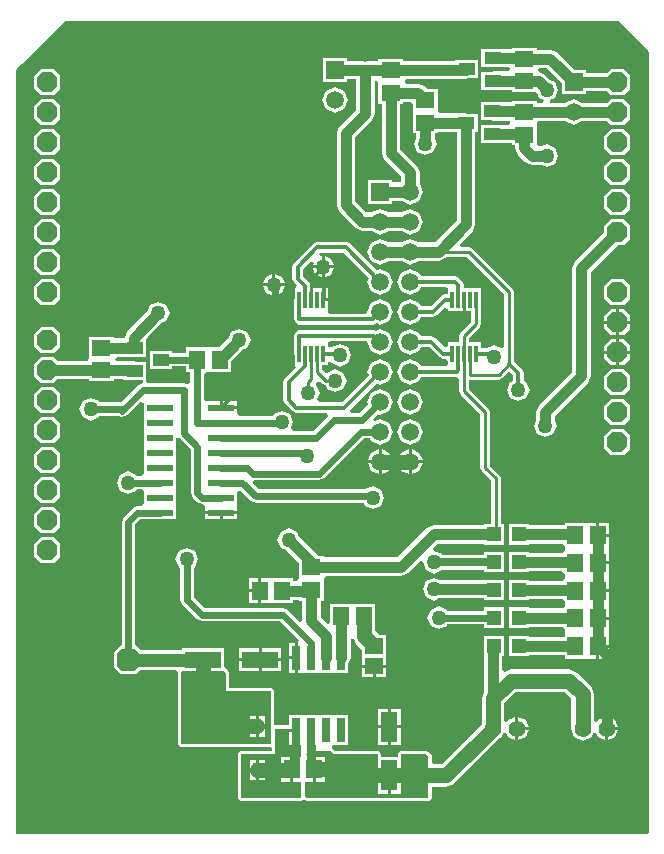
<source format=gtl>
%FSTAX24Y24*%
%MOIN*%
%SFA1B1*%

%IPPOS*%
%AMD30*
4,1,8,-0.033000,0.016500,-0.033000,-0.016500,-0.016500,-0.033000,0.016500,-0.033000,0.033000,-0.016500,0.033000,0.016500,0.016500,0.033000,-0.016500,0.033000,-0.033000,0.016500,0.0*
%
%AMD33*
4,1,8,0.019000,0.038000,-0.019000,0.038000,-0.038000,0.019000,-0.038000,-0.019000,-0.019000,-0.038000,0.019000,-0.038000,0.038000,-0.019000,0.038000,0.019000,0.019000,0.038000,0.0*
%
%ADD10R,0.012000X0.057000*%
%ADD11R,0.087000X0.024000*%
%ADD12R,0.063000X0.052000*%
%ADD13R,0.056000X0.040000*%
%ADD14R,0.048000X0.048000*%
%ADD15R,0.052000X0.063000*%
%ADD16R,0.028000X0.048000*%
%ADD17R,0.026000X0.080000*%
%ADD18R,0.056000X0.103000*%
%ADD19R,0.119000X0.056000*%
%ADD20R,0.060000X0.052000*%
%ADD21C,0.037000*%
%ADD22C,0.013000*%
%ADD23C,0.010000*%
%ADD24C,0.042000*%
%ADD25C,0.022000*%
%ADD26C,0.050000*%
%ADD27C,0.027000*%
%ADD28C,0.000000*%
%ADD29C,0.056000*%
G04~CAMADD=30~4~0.0~0.0~660.0~660.0~0.0~165.0~0~0.0~0.0~0.0~0.0~0~0.0~0.0~0.0~0.0~0~0.0~0.0~0.0~90.0~660.0~660.0*
%ADD30D30*%
%ADD31C,0.059100*%
%ADD32R,0.059100X0.059100*%
G04~CAMADD=33~4~0.0~0.0~760.0~760.0~0.0~190.0~0~0.0~0.0~0.0~0.0~0~0.0~0.0~0.0~0.0~0~0.0~0.0~0.0~0.0~760.0~760.0*
%ADD33D33*%
%ADD34C,0.050000*%
%LNklogshield_mb_rev1-1*%
%LPD*%
G36*
X0117Y0371D02*
X03D01*
X03105Y03605*
Y01*
X01*
Y0354*
X0117Y0371*
G37*
%LNklogshield_mb_rev1-2*%
%LPC*%
G36*
X017385Y02065D02*
X0169D01*
Y02048*
X017385*
Y02065*
G37*
G36*
X0168D02*
X016315D01*
Y02048*
X0168*
Y02065*
G37*
G36*
X0221Y02235D02*
X021743D01*
X021847Y022097*
X0221Y021993*
Y02235*
G37*
G36*
X011265Y02188D02*
X010835D01*
X01062Y021665*
Y021235*
X010835Y02102*
X011265*
X01148Y021235*
Y021665*
X011265Y02188*
G37*
G36*
X029044Y020365D02*
X029027D01*
X02901*
X028944*
X02829*
Y020283*
X02711*
Y020315*
X02643*
Y019635*
X02711*
Y019667*
X028219*
X02829Y019596*
Y01954*
Y019535*
Y019488*
Y01944*
X028233Y019358*
X02711*
Y01939*
X02643*
Y01871*
X02711*
Y018742*
X028219*
X02829Y018671*
Y018615*
Y01861*
Y018563*
Y018515*
X028233Y018433*
X02711*
Y018465*
X02643*
Y017785*
X02711*
Y017817*
X028219*
X02829Y017746*
Y01769*
Y017685*
Y017637*
Y01759*
X028233Y017508*
X02711*
Y01754*
X02643*
Y01686*
X02711*
Y016892*
X028219*
X02829Y016821*
Y016765*
Y01676*
Y016712*
Y016665*
Y01666*
Y016558*
X02711*
Y01659*
X02643*
Y01591*
X02711*
Y015942*
X02829*
Y015835*
X028944*
X02901*
X029027*
X029044*
X02911*
X029354*
Y01625*
X029404*
Y0163*
X029764*
Y01666*
Y016665*
Y016712*
Y01676*
Y016765*
Y017125*
X029404*
Y017225*
X029764*
Y017585*
Y01759*
Y017637*
Y017685*
Y01769*
Y01805*
X029404*
Y01815*
X029764*
Y01851*
Y018515*
Y018563*
Y01861*
Y018615*
Y018975*
X029404*
Y019075*
X029764*
Y019435*
Y01944*
Y019488*
Y019535*
Y01954*
Y0199*
X029404*
Y01995*
X029354*
Y020365*
X02911*
X029044*
G37*
G36*
X011265Y01988D02*
X010835D01*
X01062Y019665*
Y019235*
X010835Y01902*
X011265*
X01148Y019235*
Y019665*
X011265Y01988*
G37*
G36*
X018076Y018515D02*
X017766D01*
Y01815*
X018076*
Y018515*
G37*
G36*
X011265Y02088D02*
X010835D01*
X01062Y020665*
Y020235*
X010835Y02002*
X011265*
X01148Y020235*
Y020665*
X011265Y02088*
G37*
G36*
X029454Y020365D02*
Y02D01*
X029764*
Y020365*
X029454*
G37*
G36*
X022557Y02235D02*
X0222D01*
Y021993*
X022453Y022097*
X022557Y02235*
G37*
G36*
X0232Y022807D02*
Y02245D01*
X023557*
X023453Y022703*
X0232Y022807*
G37*
G36*
X0231D02*
X022847Y022703D01*
X022743Y02245*
X0231*
Y022807*
G37*
G36*
X02315Y023828D02*
X022847Y023703D01*
X022722Y0234*
X022847Y023097*
X02315Y022972*
X023453Y023097*
X023578Y0234*
X023453Y023703*
X02315Y023828*
G37*
G36*
X030265Y02348D02*
X029835D01*
X02962Y023265*
Y022835*
X029835Y02262*
X030265*
X03048Y022835*
Y023265*
X030265Y02348*
G37*
G36*
X0222Y022807D02*
Y02245D01*
X022557*
X022453Y022703*
X0222Y022807*
G37*
G36*
X023557Y02235D02*
X0232D01*
Y021993*
X023453Y022097*
X023557Y02235*
G37*
G36*
X0231D02*
X022743D01*
X022847Y022097*
X0231Y021993*
Y02235*
G37*
G36*
X0221Y022807D02*
X021847Y022703D01*
X021743Y02245*
X0221*
Y022807*
G37*
G36*
X011265Y02288D02*
X010835D01*
X01062Y022665*
Y022235*
X010835Y02202*
X011265*
X01148Y022235*
Y022665*
X011265Y02288*
G37*
G36*
X02395Y018529D02*
X023682Y018418D01*
X023571Y01815*
X023682Y017882*
X02395Y017771*
X02412Y017842*
X025597*
Y017785*
X026277*
Y018465*
X025597*
Y018458*
X02412*
X02395Y018529*
G37*
G36*
X0224Y014172D02*
X02207D01*
Y013607*
X0224*
Y014172*
G37*
G36*
X029744Y013891D02*
Y01355D01*
X030084*
X029985Y013791*
X029744Y013891*
G37*
G36*
X0219Y015525D02*
X02155D01*
Y015215*
X0219*
Y015525*
G37*
G36*
X02283Y014172D02*
X0225D01*
Y013607*
X02283*
Y014172*
G37*
G36*
X02675Y013891D02*
Y01355D01*
X027091*
X026991Y013791*
X02675Y013891*
G37*
G36*
X02283Y013507D02*
X0225D01*
Y012942*
X02283*
Y013507*
G37*
G36*
X0224D02*
X02207D01*
Y012942*
X0224*
Y013507*
G37*
G36*
X030084Y01345D02*
X029744D01*
Y013109*
X029985Y013209*
X030084Y01345*
G37*
G36*
X027091D02*
X02675D01*
Y013109*
X026991Y013209*
X027091Y01345*
G37*
G36*
X02235Y015525D02*
X022D01*
Y015215*
X02235*
Y015525*
G37*
G36*
X0193Y01636D02*
X01912D01*
Y01591*
X0193*
Y01636*
G37*
G36*
X01884Y01618D02*
X018195D01*
Y01585*
X01884*
Y01618*
G37*
G36*
X018076Y01805D02*
X017766D01*
Y017685*
X018076*
Y01805*
G37*
G36*
X0241Y017579D02*
X023832Y017468D01*
X023721Y0172*
X023832Y016932*
X0241Y016821*
X024368Y016932*
X024385Y016973*
X025597*
Y01686*
X026277*
Y01754*
X025597*
Y017427*
X024385*
X024368Y017468*
X0241Y017579*
G37*
G36*
X018095Y01618D02*
X01745D01*
Y01585*
X018095*
Y01618*
G37*
G36*
Y01575D02*
X01745D01*
Y01542*
X018095*
Y01575*
G37*
G36*
X0193Y01581D02*
X01912D01*
Y01536*
X0193*
Y01581*
G37*
G36*
X029764Y0162D02*
X029454D01*
Y015835*
X029764*
Y0162*
G37*
G36*
X01884Y01575D02*
X018195D01*
Y01542*
X01884*
Y01575*
G37*
G36*
X011265Y02388D02*
X010835D01*
X01062Y023665*
Y023235*
X010835Y02302*
X011265*
X01148Y023235*
Y023665*
X011265Y02388*
G37*
G36*
Y02948D02*
X010835D01*
X01062Y029265*
Y028835*
X010835Y02862*
X011265*
X01148Y028835*
Y029265*
X011265Y02948*
G37*
G36*
X020608Y02885D02*
X0203D01*
Y028542*
X020518Y028632*
X020608Y02885*
G37*
G36*
X0203Y029258D02*
Y02895D01*
X020608*
X020518Y029168*
X0203Y029258*
G37*
G36*
X011265Y03048D02*
X010835D01*
X01062Y030265*
Y029835*
X010835Y02962*
X011265*
X01148Y029835*
Y030265*
X011265Y03048*
G37*
G36*
X027365Y03619D02*
X026535D01*
Y036163*
X0259*
X02588Y036154*
X02552*
Y035554*
X02588*
X0259Y035546*
X026439*
X026461Y035528*
X026467Y035473*
X026414Y035408*
X0259*
X02588Y0354*
X02552*
Y0348*
X02588*
X0259Y034792*
X026535*
Y034716*
X027348*
X027362Y034702*
X027432Y034532*
X0276Y034462*
X02758Y034362*
X027368*
Y034414*
X026538*
Y034388*
X025883*
X025863Y03438*
X025503*
Y03378*
X025863*
X025883Y033772*
X026443*
X026464Y033755*
X026469Y033695*
X026419Y033634*
X025883*
X025863Y033626*
X025503*
Y033026*
X025863*
X025883Y033017*
X026538*
Y03294*
X026645*
Y032853*
X026735Y032635*
X026988Y032382*
X027206Y032292*
X02753*
X0277Y032221*
X027968Y032332*
X028079Y0326*
X027968Y032868*
X0277Y032979*
X02753Y032908*
X027455*
X027368Y03294*
Y033594*
Y03366*
X027403Y033746*
X028302*
X0286Y033622*
X028888Y033742*
X029713*
X029835Y03362*
X030265*
X03048Y033835*
Y034265*
X030265Y03448*
X029835*
X029713Y034358*
X028888*
X0286Y034478*
X028322Y034362*
X02782*
X0278Y034462*
X027968Y034532*
X028079Y0348*
X027968Y035068*
X027798Y035138*
X027642Y035294*
X027447Y035375*
X027415Y035459*
X027453Y035522*
X027692*
X028205Y035009*
Y034655*
X028995*
Y034742*
X029713*
X029835Y03462*
X030265*
X03048Y034835*
Y035265*
X030265Y03548*
X029835*
X029713Y035358*
X028995*
Y035445*
X028641*
X028038Y036048*
X02782Y036138*
X027365*
Y03619*
G37*
G36*
X02005Y029729D02*
X019924Y029676D01*
X019274Y029026*
X019221Y0289*
Y0285*
X019274Y028374*
X01937Y028277*
X019332Y028185*
X01929*
Y027845*
X019271Y0278*
Y02715*
X019324Y027024*
X01945Y026971*
X0219*
X022026Y027024*
X02215Y026972*
X022453Y027097*
X022578Y0274*
X022453Y027703*
X02215Y027828*
X021847Y027703*
X021722Y0274*
X021674Y027329*
X020443*
X02041Y027415*
Y02775*
X02025*
Y0278*
X02021*
Y028185*
X019829*
Y02825*
X019776Y028376*
X019579Y028574*
Y028826*
X019841Y029088*
X019926Y029032*
X019892Y02895*
X0202*
Y029258*
X020159Y029241*
X020097Y029324*
X020135Y029371*
X020926*
X021773Y028524*
X021722Y0284*
X021847Y028097*
X02215Y027972*
X022453Y028097*
X022578Y0284*
X022453Y028703*
X02215Y028828*
X022026Y028777*
X021126Y029676*
X021Y029729*
X02005*
G37*
G36*
X018958Y02825D02*
X01865D01*
Y027942*
X018868Y028032*
X018958Y02825*
G37*
G36*
X01855Y028658D02*
X018332Y028568D01*
X018242Y02835*
X01855*
Y028658*
G37*
G36*
X0202Y02885D02*
X019892D01*
X019982Y028632*
X0202Y028542*
Y02885*
G37*
G36*
X01865Y028658D02*
Y02835D01*
X018958*
X018868Y028568*
X01865Y028658*
G37*
G36*
X011265Y03548D02*
X010835D01*
X01062Y035265*
Y034835*
X010835Y03462*
X011265*
X01148Y034835*
Y035265*
X011265Y03548*
G37*
G36*
Y03348D02*
X010835D01*
X01062Y033265*
Y032835*
X010835Y03262*
X011265*
X01148Y032835*
Y033265*
X011265Y03348*
G37*
G36*
X02065Y034878D02*
X020347Y034753D01*
X020222Y03445*
X020347Y034147*
X02065Y034022*
X020953Y034147*
X021078Y03445*
X020953Y034753*
X02065Y034878*
G37*
G36*
X011265Y03448D02*
X010835D01*
X01062Y034265*
Y033835*
X010835Y03362*
X011265*
X01148Y033835*
Y034265*
X011265Y03448*
G37*
G36*
X030265Y03348D02*
X029835D01*
X02962Y033265*
Y032835*
X029835Y03262*
X030265*
X03048Y032835*
Y033265*
X030265Y03348*
G37*
G36*
X011265Y03148D02*
X010835D01*
X01062Y031265*
Y030835*
X010835Y03062*
X011265*
X01148Y030835*
Y031265*
X011265Y03148*
G37*
G36*
X021045Y035845D02*
X020255D01*
Y035055*
X021045*
Y035142*
X021342*
Y034128*
X020782Y033568*
X020692Y03335*
Y03095*
X020782Y030732*
X021332Y030182*
X02155Y030092*
X021862*
X02215Y029972*
X022438Y030092*
X022862*
X02315Y029972*
X023453Y030097*
X023578Y0304*
X023453Y030703*
X02315Y030828*
X022862Y030708*
X022438*
X02215Y030828*
X021862Y030708*
X021678*
X021308Y031078*
Y033222*
X021868Y033782*
X021958Y034*
Y035101*
X022008Y035111*
X022085Y035028*
Y03499*
Y034336*
X022192*
Y0327*
X022282Y032482*
X022842Y031922*
Y031708*
X022545*
Y031795*
X021755*
Y031005*
X022545*
Y031092*
X022862*
X02315Y030972*
X023453Y031097*
X023578Y0314*
X023458Y031688*
Y03205*
X023368Y032268*
X022808Y032828*
Y034336*
X022915*
Y034388*
X023164*
X023235Y034317*
Y03416*
Y034094*
Y034077*
Y03406*
Y033994*
Y03334*
X023342*
Y03317*
X023271Y033*
X023382Y032732*
X02365Y032621*
X023918Y032732*
X024029Y033*
X023958Y03317*
Y03334*
X024065*
Y033392*
X024702*
Y030438*
X023972Y029708*
X023438*
X02315Y029828*
X022862Y029708*
X022438*
X02215Y029828*
X021847Y029703*
X021722Y0294*
X021847Y029097*
X02215Y028972*
X022438Y029092*
X022862*
X02315Y028972*
X023438Y029092*
X0241*
X024318Y029182*
X024374Y029238*
X025033*
X026288Y027983*
Y026229*
X026188Y02618*
X02595Y026279*
X025708Y026179*
X02551*
Y026385*
X025112*
Y026533*
X025465Y026885*
X025512Y027*
Y0278*
X02551Y027806*
Y028185*
X024929*
Y0283*
X024876Y028426*
X024776Y028526*
X02465Y028579*
X023504*
X023453Y028703*
X02315Y028828*
X022847Y028703*
X022722Y0284*
X022847Y028097*
X02315Y027972*
X023453Y028097*
X023504Y028221*
X024305*
X02439Y028185*
Y027979*
X0243*
X024174Y027926*
X023826Y027579*
X023504*
X023453Y027703*
X02315Y027828*
X022847Y027703*
X022722Y0274*
X022847Y027097*
X02315Y026972*
X023453Y027097*
X023504Y027221*
X0239*
X024026Y027274*
X02429Y027537*
X02439Y027496*
Y027415*
X02491*
Y027755*
X024929Y0278*
X02499*
Y027415*
X025188*
Y027067*
X024835Y026715*
X024788Y0266*
Y026385*
X02439*
Y026254*
X02429Y026213*
X023976Y026526*
X02385Y026579*
X023504*
X023453Y026703*
X02315Y026828*
X022847Y026703*
X022722Y0264*
X022847Y026097*
X02315Y025972*
X023453Y026097*
X023504Y026221*
X023776*
X024124Y025874*
X02425Y025821*
X024319*
X02439Y025751*
Y025615*
X024305Y025579*
X023504*
X023453Y025703*
X02315Y025828*
X022847Y025703*
X022722Y0254*
X022847Y025097*
X02315Y024972*
X023453Y025097*
X023504Y025221*
X0247*
X024704Y025223*
X024788Y025168*
Y02474*
X024835Y024626*
X025488Y023973*
Y0222*
X025535Y022085*
X025838Y021783*
Y020315*
X025597*
Y020283*
X023925*
X023771Y02022*
X023707Y020193*
X022722Y019208*
X020265*
Y01924*
X020096*
X019438Y019898*
X019368Y020068*
X0191Y020179*
X018832Y020068*
X018721Y0198*
X018832Y019532*
X019002Y019462*
X019435Y019029*
Y018586*
Y01852*
Y018508*
X019432Y018483*
X01934Y018408*
X01924*
Y018515*
X018586*
X01852*
X018503*
X018486*
X01842*
X018176*
Y0181*
Y017685*
X01842*
X018486*
X018503*
X01852*
X018586*
X01924*
Y017792*
X019435*
Y017766*
X019542*
Y017121*
X019456Y017066*
X019061Y017461*
X0189Y017527*
X016294*
X015927Y017894*
Y018865*
X015968Y018882*
X016079Y01915*
X015968Y019418*
X0157Y019529*
X015432Y019418*
X015321Y01915*
X015432Y018882*
X015473Y018865*
Y0178*
X015539Y017639*
X016039Y017139*
X0162Y017073*
X018806*
X019426Y016452*
X0194Y016389*
Y01586*
Y01536*
X01958*
X01962*
X01968*
X02008*
X02012*
X02018*
X02058*
X02062*
X02108*
Y015671*
X021158Y01586*
Y01649*
X021258Y01651*
X021332Y016332*
X02155Y016114*
Y01589*
Y015625*
X02235*
Y01589*
Y01661*
X022126*
X021979Y016757*
Y01725*
X02196Y017295*
Y017665*
X021306*
X02124*
X021223*
X021206*
X02114*
X020486*
Y017031*
X020394Y016993*
X020158Y017228*
Y017766*
X020265*
Y01842*
Y018486*
Y018492*
X020275Y018527*
X020363Y018592*
X02285*
X023068Y018682*
X02349Y019104*
X023571Y01905*
X023682Y018782*
X02395Y018671*
X024218Y018782*
X024223Y018796*
X025597*
Y01871*
X026277*
Y01939*
X025597*
Y019304*
X024223*
X024218Y019318*
X02395Y019429*
X023896Y01951*
X024053Y019667*
X025597*
Y019635*
X026277*
Y020315*
X026162*
Y02185*
X026115Y021965*
X025812Y022267*
Y02404*
X025765Y024155*
X025112Y024808*
Y025112*
X02515Y025138*
X0261*
X026215Y025185*
X026439Y025409*
X026571Y025276*
Y025105*
X026482Y025068*
X026371Y0248*
X026482Y024532*
X02675Y024421*
X027018Y024532*
X027129Y0248*
X027018Y025068*
X026929Y025105*
Y02535*
X026876Y025476*
X026612Y02574*
Y02805*
X026565Y028165*
X025215Y029515*
X0251Y029562*
X024829*
X024791Y029655*
X025228Y030092*
X025318Y03031*
Y0334*
X02539*
Y034*
X02503*
X02501Y034008*
X0241*
X024065Y034094*
Y03416*
Y034814*
X023726*
X023626Y034914*
X023408Y035004*
X023008*
X022968Y035073*
X023008Y035142*
X025003*
X025081Y035174*
X025407*
Y035774*
X025047*
X025027Y035782*
X025006Y035774*
X024647*
Y035758*
X022915*
Y03581*
X022085*
Y035758*
X0217*
X02165Y035738*
X0216Y035758*
X021045*
Y035845*
G37*
G36*
X030265Y03148D02*
X029835D01*
X02962Y031265*
Y030835*
X029835Y03062*
X030265*
X03048Y030835*
Y031265*
X030265Y03148*
G37*
G36*
Y03248D02*
X029835D01*
X02962Y032265*
Y031835*
X029835Y03162*
X030265*
X03048Y031835*
Y032265*
X030265Y03248*
G37*
G36*
X011265D02*
X010835D01*
X01062Y032265*
Y031835*
X010835Y03162*
X011265*
X01148Y031835*
Y032265*
X011265Y03248*
G37*
G36*
X03Y026D02*
X02962D01*
Y025835*
X029835Y02562*
X03*
Y026*
G37*
G36*
X030265Y02548D02*
X029835D01*
X02962Y025265*
Y024835*
X029835Y02462*
X030265*
X03048Y024835*
Y025265*
X030265Y02548*
G37*
G36*
X03048Y026D02*
X0301D01*
Y02562*
X030265*
X03048Y025835*
Y026*
G37*
G36*
X03Y02648D02*
X029835D01*
X02962Y026265*
Y0261*
X03*
Y02648*
G37*
G36*
X011265Y02688D02*
X010835D01*
X01062Y026665*
Y026235*
X010835Y02602*
X011265*
X01148Y026235*
Y026665*
X011265Y02688*
G37*
G36*
X030265Y02448D02*
X029835D01*
X02962Y024265*
Y023835*
X029835Y02362*
X030265*
X03048Y023835*
Y024265*
X030265Y02448*
G37*
G36*
Y03048D02*
X029835D01*
X02962Y030265*
Y030056*
X028632Y029068*
X028542Y02885*
Y025378*
X027432Y024268*
X027342Y02405*
Y02377*
X027271Y0236*
X027382Y023332*
X02765Y023221*
X027918Y023332*
X028029Y0236*
X027958Y02377*
Y023922*
X029068Y025032*
X029158Y02525*
Y028722*
X030056Y02962*
X030265*
X03048Y029835*
Y030265*
X030265Y03048*
G37*
G36*
X02315Y024828D02*
X022847Y024703D01*
X022722Y0244*
X022847Y024097*
X02315Y023972*
X023453Y024097*
X023578Y0244*
X023453Y024703*
X02315Y024828*
G37*
G36*
X0169Y02442D02*
Y02425D01*
X017385*
Y02442*
X0169*
G37*
G36*
X011265Y02488D02*
X010835D01*
X01062Y024665*
Y024235*
X010835Y02402*
X011265*
X01148Y024235*
Y024665*
X011265Y02488*
G37*
G36*
Y02848D02*
X010835D01*
X01062Y028265*
Y027835*
X010835Y02762*
X011265*
X01148Y027835*
Y028265*
X011265Y02848*
G37*
G36*
X030265Y02748D02*
X0301D01*
Y0271*
X03048*
Y027265*
X030265Y02748*
G37*
G36*
X03D02*
X029835D01*
X02962Y027265*
Y0271*
X03*
Y02748*
G37*
G36*
X01855Y02825D02*
X018242D01*
X018332Y028032*
X01855Y027942*
Y02825*
G37*
G36*
X02041Y028185D02*
X0203D01*
Y02785*
X02041*
Y028185*
G37*
G36*
X030265Y02848D02*
X029835D01*
X02962Y028265*
Y027835*
X029835Y02762*
X030265*
X03048Y027835*
Y028265*
X030265Y02848*
G37*
G36*
Y02648D02*
X0301D01*
Y0261*
X03048*
Y026265*
X030265Y02648*
G37*
G36*
X01475Y027729D02*
X014482Y027618D01*
X014412Y027448*
X013719Y026755*
X013628Y026537*
Y026512*
X013265*
Y026564*
X012435*
Y02591*
Y025844*
X0124Y025758*
X011387*
X011265Y02588*
X010835*
X01062Y025665*
Y025235*
X010835Y02502*
X011265*
X011387Y025142*
X012435*
Y02509*
X013265*
Y025142*
X013587*
Y02512*
X013946*
X013967Y025112*
X013987Y02512*
X014232*
X01425Y025027*
X014089Y024961*
X013504Y024376*
X0135Y024377*
X012785*
X012768Y024418*
X0125Y024529*
X012232Y024418*
X012121Y02415*
X012232Y023882*
X0125Y023771*
X012768Y023882*
X012785Y023923*
X013429*
X01355Y023873*
X013711Y023939*
X014161Y02439*
X014261Y024348*
Y02402*
Y02398*
Y02395*
Y02392*
Y02388*
Y02352*
Y02348*
Y02345*
Y02342*
Y02338*
Y02302*
Y02298*
Y02295*
Y02292*
Y02288*
Y02252*
Y02248*
Y02245*
Y02242*
Y02238*
Y022027*
Y02198*
X014183Y021927*
X014035*
X014018Y021968*
X01375Y022079*
X013482Y021968*
X013371Y0217*
X013482Y021432*
X01375Y021321*
X014018Y021432*
X014035Y021473*
X014183*
X014261Y02142*
Y021373*
Y021027*
Y02098*
X014183Y020927*
X01405*
X013889Y020861*
X013589Y020561*
X013523Y0204*
Y01628*
X01351*
X01327Y01604*
Y01556*
X01351Y01532*
X01399*
X014134Y015464*
X01534*
X01539Y015393*
X015401Y015364*
X015392Y015343*
Y013*
X015423Y012923*
X0155Y012892*
X0185*
X018542Y012864*
Y012758*
X0175*
X017423Y012727*
X017392Y01265*
Y0112*
X017423Y011123*
X0175Y011092*
X0195*
X019577Y011123*
X019679Y011109*
X019721Y011092*
X02375*
X023827Y011123*
X023858Y0112*
Y011561*
X024346*
X024614Y011672*
X026119Y013177*
X026197Y013209*
X026253Y013344*
X026353*
X026409Y013209*
X02665Y013109*
Y0135*
Y013891*
X026409Y013791*
X026385Y013733*
X026285Y013753*
Y014349*
X026657Y014721*
X028293*
X028521Y014493*
Y013578*
X028489Y0135*
X028609Y013209*
X0289Y013089*
X029191Y013209*
X029247Y013344*
X029347*
X029403Y013209*
X029644Y013109*
Y0135*
Y013891*
X029403Y013791*
X029379Y013733*
X029279Y013753*
Y01465*
X029168Y014918*
X028718Y015368*
X02845Y015479*
X0265*
X026315Y015402*
X026215Y015469*
Y01591*
X026277*
Y01659*
X025597*
Y01591*
X025598*
Y014676*
X025527Y014506*
Y013657*
X024189Y012319*
X023929*
X023858Y01239*
Y012579*
X023827Y012656*
X023756Y012727*
X023679Y012758*
X022842*
X02281Y012745*
X022776Y012736*
X022772Y012729*
X022766Y012727*
X022752Y012694*
X022735Y012664*
X022723Y012569*
X022628Y012555*
X022272*
X022177Y012569*
X022165Y012664*
X022148Y012694*
X022134Y012727*
X022128Y012729*
X022124Y012736*
X02209Y012745*
X022058Y012758*
X020645*
X020577Y012827*
X020544Y01284*
X020564Y01294*
X02058*
X0206*
X02062*
X02068*
X02108*
Y01394*
X02068*
X02062*
X0206*
X02058*
X02052*
X02018*
X02012*
X0201*
X02008*
X02002*
X01962*
X01958*
X01912*
Y013608*
X01865*
X018608Y013636*
Y01475*
X018577Y014827*
X0185Y014858*
X017108*
Y015343*
X017096Y015373*
X017088Y015406*
X017033Y015483*
X017025Y015488*
X017022Y015497*
X016991Y015509*
X016963Y015527*
X016945Y015623*
Y01618*
X015555*
Y016136*
X014134*
X01399Y01628*
X013977*
Y020306*
X014144Y020473*
X014796*
X014814Y02048*
X015331*
Y02088*
Y02092*
Y02095*
Y02098*
Y02102*
Y02138*
Y02142*
Y02145*
Y02148*
Y02152*
Y02188*
Y02192*
Y02195*
Y02198*
Y02202*
Y02238*
Y02242*
Y02245*
Y02248*
Y02252*
Y02288*
Y02292*
Y02295*
Y02298*
Y02302*
Y023188*
X015431Y023208*
X015439Y023189*
X015823Y022806*
Y02135*
X015889Y021189*
X016039Y021039*
X0162Y020973*
X016237*
X016315Y02092*
Y020873*
Y02075*
X017385*
Y02088*
Y02092*
Y02095*
Y02098*
Y02102*
Y021373*
Y021402*
X017468Y02146*
X017839Y021089*
X018Y021023*
X021595*
X021632Y020932*
X0219Y020821*
X022168Y020932*
X022279Y0212*
X022168Y021468*
X0219Y021579*
X021655Y021477*
X018094*
X017891Y02168*
X017893Y02169*
X01794Y021773*
X0201*
X020261Y021839*
X021594Y023173*
X021816*
X021847Y023097*
X02215Y022972*
X022453Y023097*
X022578Y0234*
X022453Y023703*
X02215Y023828*
X021963Y023751*
X021907Y023835*
X022075Y024003*
X02215Y023972*
X022453Y024097*
X022578Y0244*
X022453Y024703*
X02215Y024828*
X021847Y024703*
X021722Y0244*
X021753Y024325*
X021456Y024027*
X021171*
X02113Y024127*
X022026Y025023*
X02215Y024972*
X022453Y025097*
X022578Y0254*
X022453Y025703*
X02215Y025828*
X021847Y025703*
X021722Y0254*
X021773Y025276*
X020876Y024379*
X020095*
X020037Y024479*
X020129Y0247*
X020018Y024968*
X020011Y024994*
X02004Y025039*
X020167Y025054*
X020235Y024985*
X020336Y024943*
X020382Y024832*
X02065Y024721*
X020918Y024832*
X021029Y0251*
X020918Y025368*
X02065Y025479*
X020382Y025368*
X020323Y025356*
X020212Y025467*
Y025615*
X02041*
Y025716*
X02051Y025736*
X020532Y025682*
X0208Y025571*
X021068Y025682*
X021179Y02595*
X021068Y026218*
X0208Y026329*
X020532Y026218*
X020429Y02623*
X02041Y026249*
Y026385*
X020495Y026421*
X021708*
X021722Y0264*
X021847Y026097*
X02215Y025972*
X022453Y026097*
X022578Y0264*
X022453Y026703*
X02215Y026828*
X021991Y026762*
X02195Y026779*
X01945*
X019324Y026726*
X019271Y0266*
Y026*
X01929Y025955*
Y025615*
X019326Y025528*
X018974Y025176*
X018921Y02505*
Y02445*
X018974Y024324*
X019224Y024074*
X01935Y024021*
X020359*
X0204Y023921*
X019906Y023427*
X019231*
X019165Y023527*
X019241Y023712*
X01913Y02398*
X018863Y024091*
X018595Y02398*
X018573Y023927*
X017463*
X017385Y02398*
Y024027*
Y02415*
X01685*
Y0242*
X0168*
Y02442*
X016373*
X016315*
X016273Y024503*
Y025313*
X016373Y025385*
X016406*
X016423*
X01644*
X016506*
X01716*
Y025724*
X017548Y026112*
X017718Y026182*
X017829Y02645*
X017718Y026718*
X01745Y026829*
X017182Y026718*
X017112Y026548*
X016779Y026215*
X016506*
X01644*
X016423*
X016406*
X01634*
X015686*
Y026027*
X01522*
Y0261*
X01446*
Y0255*
X01522*
Y025573*
X015686*
Y025385*
X015819*
Y025033*
X015719Y024978*
X0156Y025027*
X014365*
X014347Y02512*
Y025127*
Y02572*
X01403*
X013937Y025758*
X013358*
X013318Y025827*
X013358Y025896*
X013587*
Y025874*
X014347*
Y026474*
X014391Y026555*
X014848Y027012*
X015018Y027082*
X015129Y02735*
X015018Y027618*
X01475Y027729*
G37*
G36*
X03048Y027D02*
X0301D01*
Y02662*
X030265*
X03048Y026835*
Y027*
G37*
G36*
X03D02*
X02962D01*
Y026835*
X029835Y02662*
X03*
Y027*
G37*
%LNklogshield_mb_rev1-3*%
%LPD*%
G36*
X01912Y01349D02*
X01935D01*
Y01344*
X0194*
Y01294*
X0195*
Y012565*
X019246*
Y01215*
Y011735*
X0195*
Y0112*
X0175*
Y01265*
X0186*
X01865Y0127*
Y0135*
X01912*
Y01349*
G37*
G36*
X0199Y01294D02*
X02D01*
Y01275*
X0205*
X0206Y01265*
X022058*
X02207Y012555*
Y01255*
Y01199*
X02283*
Y01255*
Y012555*
X022842Y01265*
X023679*
X02375Y012579*
Y0112*
X019721*
X01965Y011271*
Y011735*
X0199*
Y01215*
Y012565*
X019752*
X019685Y012665*
X0197Y0127*
Y01294*
X0198*
Y01344*
X0199*
Y01294*
G37*
G36*
X0163Y01542D02*
X016945D01*
X017Y015343*
Y01475*
X0185*
Y013*
X0155*
Y015343*
X015555Y01542*
X0162*
Y0158*
X0163*
Y01542*
G37*
%LNklogshield_mb_rev1-4*%
%LPC*%
G36*
X019146Y0121D02*
X018836D01*
Y011735*
X019146*
Y0121*
G37*
G36*
X02031D02*
X02D01*
Y011735*
X02031*
Y0121*
G37*
G36*
X018Y01207D02*
X01781D01*
Y01178*
X018*
Y01207*
G37*
G36*
X02283Y01189D02*
X0225D01*
Y011325*
X02283*
Y01189*
G37*
G36*
X01829Y013918D02*
X0181D01*
Y013628*
X01829*
Y013918*
G37*
G36*
X018D02*
X01781D01*
Y013628*
X018*
Y013918*
G37*
G36*
X0224Y01189D02*
X02207D01*
Y011325*
X0224*
Y01189*
G37*
G36*
X0193Y01339D02*
X01912D01*
Y01294*
X0193*
Y01339*
G37*
G36*
X02031Y012565D02*
X02D01*
Y0122*
X02031*
Y012565*
G37*
G36*
X018Y013528D02*
X01781D01*
Y013238*
X018*
Y013528*
G37*
G36*
X01829D02*
X0181D01*
Y013238*
X01829*
Y013528*
G37*
G36*
X018Y01246D02*
X01781D01*
Y01217*
X018*
Y01246*
G37*
G36*
X01829Y01207D02*
X0181D01*
Y01178*
X01829*
Y01207*
G37*
G36*
X019146Y012565D02*
X018836D01*
Y0122*
X019146*
Y012565*
G37*
G36*
X01829Y01246D02*
X0181D01*
Y01217*
X01829*
Y01246*
G37*
%LNklogshield_mb_rev1-5*%
%LPD*%
G54D10*
X02535Y0278D03*
X02515D03*
X02495D03*
X02475D03*
X02455D03*
Y026D03*
X02495D03*
X02475D03*
X02515D03*
X02535D03*
X02025Y0278D03*
X02005D03*
X01985D03*
X01965D03*
X01945D03*
Y026D03*
X01985D03*
X01965D03*
X02005D03*
X02025D03*
G54D11*
X01685Y0212D03*
X014796Y0222D03*
X01685Y0207D03*
Y0217D03*
Y0222D03*
X014796Y0217D03*
Y0227D03*
Y0232D03*
X01685D03*
X014796Y0242D03*
X01685Y0227D03*
Y0237D03*
X014796D03*
X01685Y0242D03*
X014796Y0212D03*
Y0207D03*
G54D12*
X01285Y026204D03*
Y02545D03*
X01985Y018126D03*
Y01888D03*
X02365Y034454D03*
Y0337D03*
X0225Y034696D03*
Y03545D03*
X026953Y0333D03*
Y034054D03*
X02695Y035076D03*
Y03583D03*
G54D13*
X013967Y026174D03*
Y02542D03*
X01484Y0258D03*
X025883Y033326D03*
Y03408D03*
X02501Y0337D03*
X0259Y0351D03*
Y035854D03*
X025027Y035474D03*
G54D14*
X02677Y01905D03*
X025937D03*
X02677Y019975D03*
X025937D03*
X02677Y018125D03*
X025937D03*
X02677Y0172D03*
X025937D03*
X02677Y01625D03*
X025937D03*
G54D15*
X01995Y01215D03*
X019196D03*
X018126Y0181D03*
X01888D03*
X0216Y01725D03*
X020846D03*
X0168Y0258D03*
X016046D03*
X029404Y0181D03*
X02865D03*
X029404Y019025D03*
X02865D03*
X029404Y01995D03*
X02865D03*
X029404Y01625D03*
X02865D03*
X029404Y017175D03*
X02865D03*
G54D16*
X01805Y01212D03*
Y013578D03*
G54D17*
X01935Y01344D03*
Y01586D03*
X01985Y01344D03*
X02035D03*
X01985Y01586D03*
X02035D03*
X02085Y01344D03*
Y01586D03*
G54D18*
X02245Y013557D03*
Y01194D03*
G54D19*
X018145Y0158D03*
X01625D03*
G54D20*
X02195Y01625D03*
Y015575D03*
G54D21*
X025906Y01622D02*
X025937Y01625D01*
X02677Y019975D02*
X028625D01*
X02865Y01995*
X02677Y01905D02*
X028625D01*
X02865Y019025*
X02677Y018125D02*
X028625D01*
X02865Y0181*
X02677Y0172D02*
X028625D01*
X02865Y017175*
X02677Y01625D02*
X02865D01*
X029404Y019025D02*
Y01995D01*
Y0181D02*
Y019025D01*
Y017175D02*
Y0181D01*
Y01625D02*
Y017175D01*
Y01625D02*
X029694Y01596D01*
Y0135D02*
Y01596D01*
X02315Y0294D02*
X0241D01*
X02501Y03031*
Y0337*
X02155Y0304D02*
X02215D01*
X021Y03095D02*
X02155Y0304D01*
X021Y03095D02*
Y03335D01*
X02165Y034*
Y0354*
X0217Y03545*
X0225*
X02065D02*
X0216D01*
X02165Y0354*
X0225Y034696D02*
X023408D01*
X02365Y034454*
Y0337D02*
X02501D01*
X0225Y03545D02*
X025003D01*
X025027Y035474*
X0259Y035854D02*
X026926D01*
X02695Y03583*
X02782*
X0286Y03505*
X03005*
X0286Y03405D02*
X03005D01*
X025883Y03408D02*
X026927D01*
X026953Y034054*
X028596*
X0286Y03405*
X025883Y033326D02*
X026927D01*
X026953Y0333*
X0259Y0351D02*
X026926D01*
X02695Y035076*
X027424*
X0277Y0348*
X026953Y032853D02*
Y0333D01*
Y032853D02*
X027206Y0326D01*
X0277*
X0225Y0327D02*
Y034696D01*
Y0327D02*
X02315Y03205D01*
Y0314D02*
Y03205D01*
X02215Y0314D02*
X02315D01*
X01105Y02545D02*
X01285D01*
X013937*
X013967Y02542*
X01285Y026204D02*
X013937D01*
X0168Y0258D02*
X01745Y02645D01*
X013937Y026537D02*
X01475Y02735D01*
X013937Y026204D02*
Y026537D01*
X02765Y0236D02*
Y02405D01*
X02885Y02525*
Y02885*
X03005Y03005*
X02085Y01586D02*
Y017246D01*
X020846Y01725D02*
X02085Y017246D01*
X01985Y0171D02*
X02035Y0166D01*
Y01586D02*
Y0166D01*
X01985Y0171D02*
Y018126D01*
X01888Y0181D02*
X019824D01*
X01985Y018126*
X0191Y0198D02*
X01985Y01905D01*
Y01888D02*
Y01905D01*
X02215Y0304D02*
X02315D01*
X02215Y0294D02*
X02315D01*
X02395Y01815D02*
X025912D01*
X025937Y018125*
X025906Y014506D02*
Y01622D01*
X0191Y0198D02*
X02Y0189D01*
X02285*
X023925Y019975*
X025937*
X02365Y033D02*
Y0337D01*
G54D22*
X01945Y02715D02*
Y0278D01*
Y02715D02*
X0219D01*
X02215Y0274*
X01945Y026D02*
Y0266D01*
X02195*
X02215Y0264*
X0243Y0278D02*
X02455D01*
X0239Y0274D02*
X0243Y0278D01*
X02315Y0274D02*
X0239D01*
X02475Y0278D02*
Y0283D01*
X02465Y0284D02*
X02475Y0283D01*
X02315Y0284D02*
X02465D01*
X02425Y026D02*
X02455D01*
X02315Y0264D02*
X02385D01*
X02475Y02545D02*
Y026D01*
X0247Y0254D02*
X02475Y02545D01*
X02315Y0254D02*
X0247D01*
X01965Y0256D02*
Y026D01*
X0191Y02505D02*
X01965Y0256D01*
X0191Y02445D02*
Y02505D01*
Y02445D02*
X01935Y0242D01*
X02095D02*
X02215Y0254D01*
X02025Y026D02*
X02075D01*
X0208Y02595*
X01935Y0242D02*
X02095D01*
X02535Y026D02*
X02585D01*
X02385Y0264D02*
X02425Y026D01*
X02585D02*
X02595Y0259D01*
X02675Y0248D02*
Y02535D01*
X02645Y02565D02*
X02675Y02535D01*
X0194Y0285D02*
X01965Y02825D01*
X0194Y0285D02*
Y0289D01*
X01965Y0278D02*
Y02825D01*
X0194Y0289D02*
X02005Y02955D01*
X021*
X02215Y0284*
X01685Y0242D02*
X0187Y02605D01*
Y0282*
X0186Y0283D02*
X0187Y0282D01*
G54D23*
X02005Y0254D02*
Y026D01*
Y0254D02*
X02035Y0251D01*
X02065*
X0261Y0253D02*
X02645Y02565D01*
X0251Y0294D02*
X02645Y02805D01*
Y02565D02*
Y02805D01*
X0241Y0294D02*
X0251D01*
X01975Y0247D02*
Y02505D01*
X01985Y02515*
Y026*
X02535Y027D02*
Y0278D01*
X02495Y0266D02*
X02535Y027D01*
X02495Y026D02*
Y0266D01*
X02515Y0253D02*
X0261D01*
X02515D02*
Y026D01*
X02565Y0222D02*
Y02404D01*
X02495Y02474D02*
Y026D01*
Y02474D02*
X02565Y02404D01*
X025937Y019975D02*
X026Y020038D01*
Y02185*
X02565Y0222D02*
X026Y02185D01*
X02025Y0284D02*
X02026Y02839D01*
X01985Y0278D02*
Y0285D01*
X02025Y0289*
Y0284D02*
Y0289D01*
X02026Y0278D02*
Y02839D01*
X03105Y01007D02*
Y01157D01*
X03104Y01006D02*
X03105Y01007D01*
X02567Y01006D02*
X03104D01*
X01005Y01005D02*
X02469D01*
X03105Y01157D02*
Y03605D01*
X0247Y01006D02*
X02567D01*
X01166Y03706D02*
X03004D01*
X0305Y0366*
X03105Y03605*
X01005Y01005D02*
Y03545D01*
X01166Y03706*
G54D24*
X01375Y0158D02*
X01625D01*
G54D25*
X01484Y0258D02*
X016046D01*
X01605Y0237D02*
X01685D01*
Y0232D02*
X02D01*
X0206Y0238*
X02155*
X02215Y0244*
X0215Y0234D02*
X02215D01*
X017713Y0222D02*
X017912Y022D01*
X01685Y0222D02*
X017713D01*
X017912Y022D02*
X0201D01*
X0215Y0234*
X01685Y0227D02*
X0196D01*
X0197Y0226*
X01685Y0217D02*
X01755D01*
X018Y02125*
X02185*
X0219Y0212*
X016046Y023704D02*
X01605Y0237D01*
X016046Y023704D02*
Y0258D01*
X0162Y0212D02*
X01685D01*
X01605Y02135D02*
X0162Y0212D01*
X01605Y02135D02*
Y0229D01*
X0156Y02335D02*
X01605Y0229D01*
X0156Y02335D02*
Y0248D01*
X01425D02*
X0156D01*
X01375Y0217D02*
X014796D01*
X0241Y0172D02*
X025937D01*
X01405Y0207D02*
X014796D01*
X01375Y0204D02*
X01405Y0207D01*
X01375Y0158D02*
Y0204D01*
X01985Y01586D02*
Y01635D01*
X0189Y0173D02*
X01985Y01635D01*
X0162Y0173D02*
X0189D01*
X0157Y0178D02*
X0162Y0173D01*
X0157Y0178D02*
Y01915D01*
X01355Y0241D02*
X01425Y0248D01*
X0135Y02415D02*
X01355Y0241D01*
X0125Y02415D02*
X0135D01*
X01885Y0237D02*
X018863Y023712D01*
X01685Y0237D02*
X01885D01*
G54D26*
X02215Y0224D02*
X02315D01*
X02245Y01194D02*
X024346D01*
X025906Y0135*
X0216Y0166D02*
Y01725D01*
Y0166D02*
X02195Y01625D01*
X016322Y013578D02*
X01805D01*
X01625Y01365D02*
X016322Y013578D01*
X01625Y01365D02*
Y0158D01*
X025906Y0135D02*
Y014506D01*
X0265Y0151*
X02845*
X0289Y01465*
Y0135D02*
Y01465D01*
X01995Y01215D02*
X0214D01*
X02161Y01194*
X02245*
X01805Y01212D02*
X019166D01*
X019196Y01215*
G54D27*
X02395Y01905D02*
X025937D01*
X01935Y012304D02*
Y01344D01*
X019196Y01215D02*
X01935Y012304D01*
X01985Y01225D02*
Y01344D01*
Y01225D02*
X01995Y01215D01*
G54D28*
X03105Y01641D02*
Y03605D01*
X01005Y01005D02*
X02208D01*
X01615Y03705D02*
X02905D01*
X01005Y03545D02*
X01065Y03605D01*
X01005Y01005D02*
Y03545D01*
G54D29*
X025906Y0135D03*
X0267D03*
X0289D03*
X029694D03*
G54D30*
X01105Y03105D03*
X03005Y03005D03*
X01105Y03205D03*
Y03305D03*
Y03405D03*
Y03505D03*
Y03005D03*
Y02905D03*
Y02805D03*
Y02645D03*
Y02545D03*
Y02445D03*
Y02345D03*
Y02245D03*
Y02145D03*
Y02045D03*
Y01945D03*
X03005Y03105D03*
Y03205D03*
Y03305D03*
Y03405D03*
Y03505D03*
Y02805D03*
Y02705D03*
Y02605D03*
Y02505D03*
Y02405D03*
Y02305D03*
G54D31*
X0286Y03405D03*
X02065Y03445D03*
X02315Y0224D03*
X02215D03*
X02315Y0234D03*
X02215D03*
X02315Y0244D03*
X02215D03*
X02315Y0254D03*
X02215D03*
X02315Y0264D03*
X02215D03*
X02315Y0274D03*
X02215D03*
X02315Y0284D03*
X02215D03*
X02315Y0294D03*
X02215D03*
X02315Y0304D03*
X02215D03*
X02315Y0314D03*
G54D32*
X0286Y03505D03*
X02065Y03545D03*
X02215Y0314D03*
G54D33*
X01375Y0158D03*
G54D34*
X01975Y0247D03*
X0208Y02595D03*
X02065Y0251D03*
X0277Y0348D03*
Y0326D03*
X02595Y0259D03*
X01745Y02645D03*
X0197Y0226D03*
X0219Y0212D03*
X01475Y02735D03*
X02765Y0236D03*
X01375Y0217D03*
X0241Y0172D03*
X0191Y0198D03*
X0157Y01915D03*
X02395Y01905D03*
Y01815D03*
X02675Y0248D03*
X02025Y0289D03*
X0186Y0283D03*
X0125Y02415D03*
X02365Y033D03*
X018863Y023712D03*
M02*
</source>
